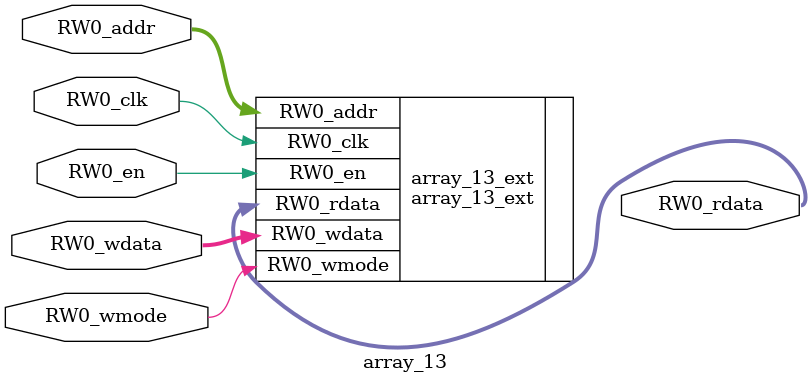
<source format=sv>
`ifndef RANDOMIZE
  `ifdef RANDOMIZE_MEM_INIT
    `define RANDOMIZE
  `endif // RANDOMIZE_MEM_INIT
`endif // not def RANDOMIZE
`ifndef RANDOMIZE
  `ifdef RANDOMIZE_REG_INIT
    `define RANDOMIZE
  `endif // RANDOMIZE_REG_INIT
`endif // not def RANDOMIZE

`ifndef RANDOM
  `define RANDOM $random
`endif // not def RANDOM

// Users can define INIT_RANDOM as general code that gets injected into the
// initializer block for modules with registers.
`ifndef INIT_RANDOM
  `define INIT_RANDOM
`endif // not def INIT_RANDOM

// If using random initialization, you can also define RANDOMIZE_DELAY to
// customize the delay used, otherwise 0.002 is used.
`ifndef RANDOMIZE_DELAY
  `define RANDOMIZE_DELAY 0.002
`endif // not def RANDOMIZE_DELAY

// Define INIT_RANDOM_PROLOG_ for use in our modules below.
`ifndef INIT_RANDOM_PROLOG_
  `ifdef RANDOMIZE
    `ifdef VERILATOR
      `define INIT_RANDOM_PROLOG_ `INIT_RANDOM
    `else  // VERILATOR
      `define INIT_RANDOM_PROLOG_ `INIT_RANDOM #`RANDOMIZE_DELAY begin end
    `endif // VERILATOR
  `else  // RANDOMIZE
    `define INIT_RANDOM_PROLOG_
  `endif // RANDOMIZE
`endif // not def INIT_RANDOM_PROLOG_

// Include register initializers in init blocks unless synthesis is set
`ifndef SYNTHESIS
  `ifndef ENABLE_INITIAL_REG_
    `define ENABLE_INITIAL_REG_
  `endif // not def ENABLE_INITIAL_REG_
`endif // not def SYNTHESIS

// Include rmemory initializers in init blocks unless synthesis is set
`ifndef SYNTHESIS
  `ifndef ENABLE_INITIAL_MEM_
    `define ENABLE_INITIAL_MEM_
  `endif // not def ENABLE_INITIAL_MEM_
`endif // not def SYNTHESIS

module array_13(
  input  [7:0]  RW0_addr,
  input         RW0_en,
  input         RW0_clk,
  input         RW0_wmode,
  input  [12:0] RW0_wdata,
  output [12:0] RW0_rdata
);

  array_13_ext array_13_ext (
    .RW0_addr  (RW0_addr),
    .RW0_en    (RW0_en),
    .RW0_clk   (RW0_clk),
    .RW0_wmode (RW0_wmode),
    .RW0_wdata (RW0_wdata),
    .RW0_rdata (RW0_rdata)
  );
endmodule


</source>
